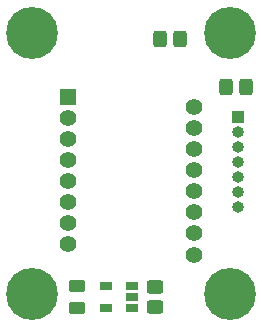
<source format=gbr>
G04 #@! TF.GenerationSoftware,KiCad,Pcbnew,(5.99.0-8366-gd64f1b3b25)*
G04 #@! TF.CreationDate,2021-01-13T01:42:37+02:00*
G04 #@! TF.ProjectId,board,626f6172-642e-46b6-9963-61645f706362,1.0.0*
G04 #@! TF.SameCoordinates,Original*
G04 #@! TF.FileFunction,Soldermask,Bot*
G04 #@! TF.FilePolarity,Negative*
%FSLAX46Y46*%
G04 Gerber Fmt 4.6, Leading zero omitted, Abs format (unit mm)*
G04 Created by KiCad (PCBNEW (5.99.0-8366-gd64f1b3b25)) date 2021-01-13 01:42:37*
%MOMM*%
%LPD*%
G01*
G04 APERTURE LIST*
G04 Aperture macros list*
%AMRoundRect*
0 Rectangle with rounded corners*
0 $1 Rounding radius*
0 $2 $3 $4 $5 $6 $7 $8 $9 X,Y pos of 4 corners*
0 Add a 4 corners polygon primitive as box body*
4,1,4,$2,$3,$4,$5,$6,$7,$8,$9,$2,$3,0*
0 Add four circle primitives for the rounded corners*
1,1,$1+$1,$2,$3*
1,1,$1+$1,$4,$5*
1,1,$1+$1,$6,$7*
1,1,$1+$1,$8,$9*
0 Add four rect primitives between the rounded corners*
20,1,$1+$1,$2,$3,$4,$5,0*
20,1,$1+$1,$4,$5,$6,$7,0*
20,1,$1+$1,$6,$7,$8,$9,0*
20,1,$1+$1,$8,$9,$2,$3,0*%
G04 Aperture macros list end*
%ADD10C,0.700000*%
%ADD11C,4.400000*%
%ADD12R,1.000000X1.000000*%
%ADD13O,1.000000X1.000000*%
%ADD14R,1.400000X1.400000*%
%ADD15C,1.400000*%
%ADD16RoundRect,0.250000X-0.450000X0.325000X-0.450000X-0.325000X0.450000X-0.325000X0.450000X0.325000X0*%
%ADD17RoundRect,0.250000X-0.325000X-0.450000X0.325000X-0.450000X0.325000X0.450000X-0.325000X0.450000X0*%
%ADD18R,1.060000X0.650000*%
%ADD19RoundRect,0.250000X-0.450000X0.262500X-0.450000X-0.262500X0.450000X-0.262500X0.450000X0.262500X0*%
G04 APERTURE END LIST*
D10*
X118213274Y-71223274D03*
X119380000Y-74040000D03*
X120546726Y-71223274D03*
X118213274Y-73556726D03*
X117730000Y-72390000D03*
X121030000Y-72390000D03*
D11*
X119380000Y-72390000D03*
D10*
X119380000Y-70740000D03*
X120546726Y-73556726D03*
X136144000Y-74040000D03*
D11*
X136144000Y-72390000D03*
D10*
X136144000Y-70740000D03*
X137310726Y-71223274D03*
X134977274Y-73556726D03*
X134977274Y-71223274D03*
X134494000Y-72390000D03*
X137794000Y-72390000D03*
X137310726Y-73556726D03*
D12*
X136779000Y-57404000D03*
D13*
X136779000Y-58674000D03*
X136779000Y-59944000D03*
X136779000Y-61214000D03*
X136779000Y-62484000D03*
X136779000Y-63754000D03*
X136779000Y-65024000D03*
D10*
X121030000Y-50292000D03*
X119380000Y-51942000D03*
X118213274Y-49125274D03*
X117730000Y-50292000D03*
X120546726Y-51458726D03*
X118213274Y-51458726D03*
D11*
X119380000Y-50292000D03*
D10*
X120546726Y-49125274D03*
X119380000Y-48642000D03*
D14*
X122412000Y-55681000D03*
D15*
X122412000Y-57461000D03*
X122412000Y-59241000D03*
X122412000Y-61021000D03*
X122412000Y-62801000D03*
X122412000Y-64581000D03*
X122412000Y-66361000D03*
X122412000Y-68141000D03*
X133112000Y-69031000D03*
X133112000Y-67251000D03*
X133112000Y-65471000D03*
X133112000Y-63691000D03*
X133112000Y-61911000D03*
X133112000Y-60131000D03*
X133112000Y-58351000D03*
X133112000Y-56571000D03*
D10*
X136144000Y-51942000D03*
X134494000Y-50292000D03*
X137794000Y-50292000D03*
X137310726Y-51458726D03*
D11*
X136144000Y-50292000D03*
D10*
X136144000Y-48642000D03*
X137310726Y-49125274D03*
X134977274Y-51458726D03*
X134977274Y-49125274D03*
D16*
X129794000Y-71794000D03*
X129794000Y-73494000D03*
D17*
X135802000Y-54864000D03*
X137502000Y-54864000D03*
X130214000Y-50800000D03*
X131914000Y-50800000D03*
D18*
X127846000Y-71694000D03*
X127846000Y-72644000D03*
X127846000Y-73594000D03*
X125646000Y-73594000D03*
X125646000Y-71694000D03*
D19*
X123190000Y-71731500D03*
X123190000Y-73556500D03*
M02*

</source>
